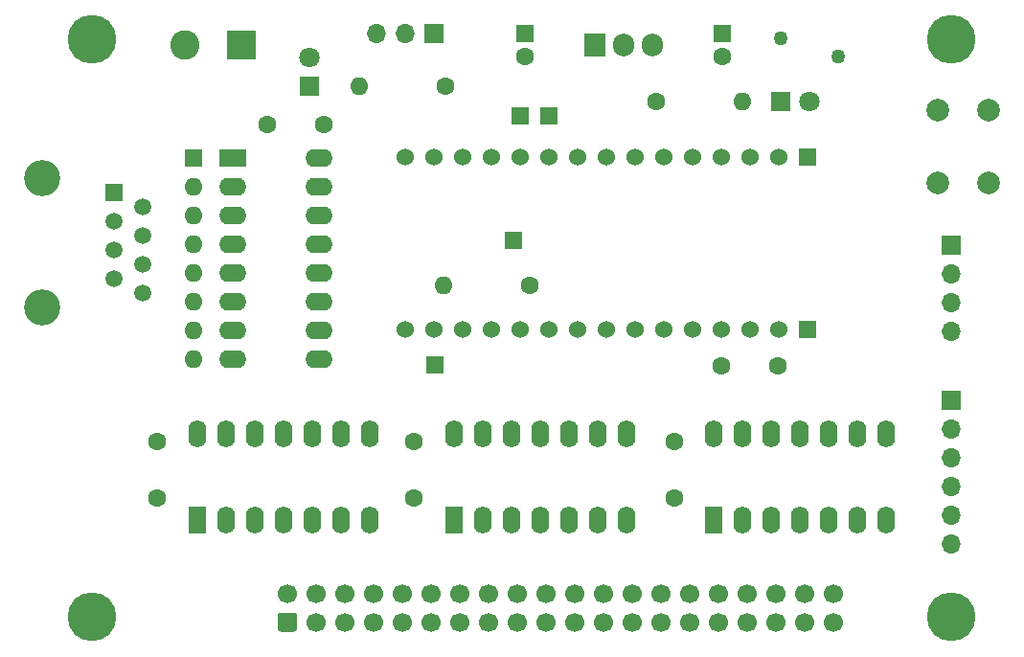
<source format=gbr>
%TF.GenerationSoftware,KiCad,Pcbnew,(5.1.9)-1*%
%TF.CreationDate,2021-03-28T23:04:24-04:00*%
%TF.ProjectId,Smart_Reciever_Max,536d6172-745f-4526-9563-69657665725f,v3*%
%TF.SameCoordinates,Original*%
%TF.FileFunction,Soldermask,Top*%
%TF.FilePolarity,Negative*%
%FSLAX46Y46*%
G04 Gerber Fmt 4.6, Leading zero omitted, Abs format (unit mm)*
G04 Created by KiCad (PCBNEW (5.1.9)-1) date 2021-03-28 23:04:24*
%MOMM*%
%LPD*%
G01*
G04 APERTURE LIST*
%ADD10R,1.500000X1.500000*%
%ADD11O,1.700000X1.700000*%
%ADD12R,1.700000X1.700000*%
%ADD13C,1.530000*%
%ADD14R,1.530000X1.530000*%
%ADD15O,1.600000X1.600000*%
%ADD16C,1.600000*%
%ADD17C,2.600000*%
%ADD18R,2.600000X2.600000*%
%ADD19C,2.000000*%
%ADD20C,1.700000*%
%ADD21C,4.300000*%
%ADD22O,1.600000X2.400000*%
%ADD23R,1.600000X2.400000*%
%ADD24O,2.400000X1.600000*%
%ADD25R,2.400000X1.600000*%
%ADD26R,1.600000X1.600000*%
%ADD27C,1.270000*%
%ADD28C,1.800000*%
%ADD29R,1.800000X1.800000*%
%ADD30O,1.905000X2.000000*%
%ADD31R,1.905000X2.000000*%
%ADD32C,1.500000*%
%ADD33C,3.200000*%
G04 APERTURE END LIST*
D10*
%TO.C,TP4*%
X160250000Y-81250000D03*
%TD*%
%TO.C,TP3*%
X153300000Y-92300000D03*
%TD*%
%TO.C,TP2*%
X160880000Y-70250000D03*
%TD*%
%TO.C,TP1*%
X163420000Y-70250000D03*
%TD*%
D11*
%TO.C,J6*%
X199000000Y-108100000D03*
X199000000Y-105560000D03*
X199000000Y-103020000D03*
X199000000Y-100480000D03*
X199000000Y-97940000D03*
D12*
X199000000Y-95400000D03*
%TD*%
D13*
%TO.C,A1*%
X150720000Y-89120000D03*
X150720000Y-73880000D03*
X153260000Y-89120000D03*
X153260000Y-73880000D03*
X155800000Y-89120000D03*
X155800000Y-73880000D03*
X158340000Y-89120000D03*
X158340000Y-73880000D03*
X160880000Y-89120000D03*
X160880000Y-73880000D03*
X163420000Y-89120000D03*
X163420000Y-73880000D03*
X165960000Y-89120000D03*
X165960000Y-73880000D03*
X168500000Y-89120000D03*
X168500000Y-73880000D03*
X171040000Y-89120000D03*
X171040000Y-73880000D03*
X173580000Y-89120000D03*
X173580000Y-73880000D03*
X176120000Y-89120000D03*
X176120000Y-73880000D03*
X178660000Y-89120000D03*
X178660000Y-73880000D03*
X181200000Y-89120000D03*
X181200000Y-73880000D03*
X183740000Y-89120000D03*
X183740000Y-73880000D03*
D14*
X186280000Y-89120000D03*
X186280000Y-73880000D03*
%TD*%
D15*
%TO.C,R3*%
X154130000Y-85250000D03*
D16*
X161750000Y-85250000D03*
%TD*%
D17*
%TO.C,J1*%
X131250000Y-64000000D03*
D18*
X136250000Y-64000000D03*
%TD*%
D19*
%TO.C,SW1*%
X197800000Y-69700000D03*
X202300000Y-69700000D03*
X197800000Y-76200000D03*
X202300000Y-76200000D03*
%TD*%
D11*
%TO.C,J5*%
X199000000Y-89320000D03*
X199000000Y-86780000D03*
X199000000Y-84240000D03*
D12*
X199000000Y-81700000D03*
%TD*%
D20*
%TO.C,J2*%
X188560000Y-112460000D03*
X186020000Y-112460000D03*
X183480000Y-112460000D03*
X180940000Y-112460000D03*
X178400000Y-112460000D03*
X175860000Y-112460000D03*
X173320000Y-112460000D03*
X170780000Y-112460000D03*
X168240000Y-112460000D03*
X165700000Y-112460000D03*
X163160000Y-112460000D03*
X160620000Y-112460000D03*
X158080000Y-112460000D03*
X155540000Y-112460000D03*
X153000000Y-112460000D03*
X150460000Y-112460000D03*
X147920000Y-112460000D03*
X145380000Y-112460000D03*
X142840000Y-112460000D03*
X140300000Y-112460000D03*
X188560000Y-115000000D03*
X186020000Y-115000000D03*
X183480000Y-115000000D03*
X180940000Y-115000000D03*
X178400000Y-115000000D03*
X175860000Y-115000000D03*
X173320000Y-115000000D03*
X170780000Y-115000000D03*
X168240000Y-115000000D03*
X165700000Y-115000000D03*
X163160000Y-115000000D03*
X160620000Y-115000000D03*
X158080000Y-115000000D03*
X155540000Y-115000000D03*
X153000000Y-115000000D03*
X150460000Y-115000000D03*
X147920000Y-115000000D03*
X145380000Y-115000000D03*
X142840000Y-115000000D03*
G36*
G01*
X140900000Y-115850000D02*
X139700000Y-115850000D01*
G75*
G02*
X139450000Y-115600000I0J250000D01*
G01*
X139450000Y-114400000D01*
G75*
G02*
X139700000Y-114150000I250000J0D01*
G01*
X140900000Y-114150000D01*
G75*
G02*
X141150000Y-114400000I0J-250000D01*
G01*
X141150000Y-115600000D01*
G75*
G02*
X140900000Y-115850000I-250000J0D01*
G01*
G37*
%TD*%
D21*
%TO.C,H4*%
X199000000Y-63500000D03*
%TD*%
%TO.C,H3*%
X199000000Y-114500000D03*
%TD*%
%TO.C,H2*%
X123000000Y-114500000D03*
%TD*%
%TO.C,H1*%
X123000000Y-63500000D03*
%TD*%
D16*
%TO.C,C7*%
X174500000Y-104000000D03*
X174500000Y-99000000D03*
%TD*%
%TO.C,C3*%
X183650000Y-92340000D03*
X178650000Y-92340000D03*
%TD*%
D22*
%TO.C,U5*%
X178000000Y-98380000D03*
X193240000Y-106000000D03*
X180540000Y-98380000D03*
X190700000Y-106000000D03*
X183080000Y-98380000D03*
X188160000Y-106000000D03*
X185620000Y-98380000D03*
X185620000Y-106000000D03*
X188160000Y-98380000D03*
X183080000Y-106000000D03*
X190700000Y-98380000D03*
X180540000Y-106000000D03*
X193240000Y-98380000D03*
D23*
X178000000Y-106000000D03*
%TD*%
D22*
%TO.C,U4*%
X155000000Y-98380000D03*
X170240000Y-106000000D03*
X157540000Y-98380000D03*
X167700000Y-106000000D03*
X160080000Y-98380000D03*
X165160000Y-106000000D03*
X162620000Y-98380000D03*
X162620000Y-106000000D03*
X165160000Y-98380000D03*
X160080000Y-106000000D03*
X167700000Y-98380000D03*
X157540000Y-106000000D03*
X170240000Y-98380000D03*
D23*
X155000000Y-106000000D03*
%TD*%
D22*
%TO.C,U3*%
X132300000Y-98380000D03*
X147540000Y-106000000D03*
X134840000Y-98380000D03*
X145000000Y-106000000D03*
X137380000Y-98380000D03*
X142460000Y-106000000D03*
X139920000Y-98380000D03*
X139920000Y-106000000D03*
X142460000Y-98380000D03*
X137380000Y-106000000D03*
X145000000Y-98380000D03*
X134840000Y-106000000D03*
X147540000Y-98380000D03*
D23*
X132300000Y-106000000D03*
%TD*%
D24*
%TO.C,U2*%
X143120000Y-74000000D03*
X135500000Y-91780000D03*
X143120000Y-76540000D03*
X135500000Y-89240000D03*
X143120000Y-79080000D03*
X135500000Y-86700000D03*
X143120000Y-81620000D03*
X135500000Y-84160000D03*
X143120000Y-84160000D03*
X135500000Y-81620000D03*
X143120000Y-86700000D03*
X135500000Y-79080000D03*
X143120000Y-89240000D03*
X135500000Y-76540000D03*
X143120000Y-91780000D03*
D25*
X135500000Y-74000000D03*
%TD*%
D15*
%TO.C,RN1*%
X132000000Y-91780000D03*
X132000000Y-89240000D03*
X132000000Y-86700000D03*
X132000000Y-84160000D03*
X132000000Y-81620000D03*
X132000000Y-79080000D03*
X132000000Y-76540000D03*
D26*
X132000000Y-74000000D03*
%TD*%
D15*
%TO.C,R2*%
X180520000Y-69000000D03*
D16*
X172900000Y-69000000D03*
%TD*%
D15*
%TO.C,R1*%
X146630000Y-67600000D03*
D16*
X154250000Y-67600000D03*
%TD*%
D27*
%TO.C,F1*%
X189000000Y-65000000D03*
X183900000Y-63400000D03*
%TD*%
D28*
%TO.C,D2*%
X186440000Y-69000000D03*
D29*
X183900000Y-69000000D03*
%TD*%
D28*
%TO.C,D1*%
X142250000Y-65060000D03*
D29*
X142250000Y-67600000D03*
%TD*%
D16*
%TO.C,C6*%
X151500000Y-104000000D03*
X151500000Y-99000000D03*
%TD*%
%TO.C,C5*%
X128800000Y-104000000D03*
X128800000Y-99000000D03*
%TD*%
%TO.C,C4*%
X138500000Y-71000000D03*
X143500000Y-71000000D03*
%TD*%
%TO.C,C2*%
X178750000Y-65000000D03*
D26*
X178750000Y-63000000D03*
%TD*%
D16*
%TO.C,C1*%
X161250000Y-65000000D03*
D26*
X161250000Y-63000000D03*
%TD*%
D30*
%TO.C,U1*%
X172580000Y-64000000D03*
X170040000Y-64000000D03*
D31*
X167500000Y-64000000D03*
%TD*%
D11*
%TO.C,J4*%
X148170000Y-63000000D03*
X150710000Y-63000000D03*
D12*
X153250000Y-63000000D03*
%TD*%
D32*
%TO.C,J3*%
X127540000Y-85890000D03*
X125000000Y-84620000D03*
X127540000Y-83350000D03*
X125000000Y-82080000D03*
X127540000Y-80810000D03*
X125000000Y-79540000D03*
X127540000Y-78270000D03*
D10*
X125000000Y-77000000D03*
D33*
X118650000Y-75730000D03*
X118650000Y-87160000D03*
%TD*%
M02*

</source>
